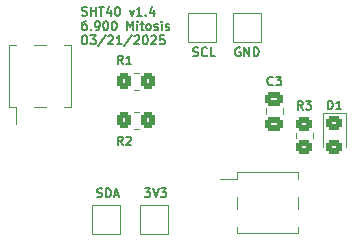
<source format=gto>
%TF.GenerationSoftware,KiCad,Pcbnew,8.0.8*%
%TF.CreationDate,2025-04-18T18:46:17-04:00*%
%TF.ProjectId,sht40,73687434-302e-46b6-9963-61645f706362,rev?*%
%TF.SameCoordinates,Original*%
%TF.FileFunction,Legend,Top*%
%TF.FilePolarity,Positive*%
%FSLAX46Y46*%
G04 Gerber Fmt 4.6, Leading zero omitted, Abs format (unit mm)*
G04 Created by KiCad (PCBNEW 8.0.8) date 2025-04-18 18:46:17*
%MOMM*%
%LPD*%
G01*
G04 APERTURE LIST*
G04 Aperture macros list*
%AMRoundRect*
0 Rectangle with rounded corners*
0 $1 Rounding radius*
0 $2 $3 $4 $5 $6 $7 $8 $9 X,Y pos of 4 corners*
0 Add a 4 corners polygon primitive as box body*
4,1,4,$2,$3,$4,$5,$6,$7,$8,$9,$2,$3,0*
0 Add four circle primitives for the rounded corners*
1,1,$1+$1,$2,$3*
1,1,$1+$1,$4,$5*
1,1,$1+$1,$6,$7*
1,1,$1+$1,$8,$9*
0 Add four rect primitives between the rounded corners*
20,1,$1+$1,$2,$3,$4,$5,0*
20,1,$1+$1,$4,$5,$6,$7,0*
20,1,$1+$1,$6,$7,$8,$9,0*
20,1,$1+$1,$8,$9,$2,$3,0*%
G04 Aperture macros list end*
%ADD10C,0.150000*%
%ADD11C,0.120000*%
%ADD12R,1.000000X3.150000*%
%ADD13RoundRect,0.250000X0.450000X-0.350000X0.450000X0.350000X-0.450000X0.350000X-0.450000X-0.350000X0*%
%ADD14R,2.000000X2.000000*%
%ADD15RoundRect,0.250000X0.350000X0.450000X-0.350000X0.450000X-0.350000X-0.450000X0.350000X-0.450000X0*%
%ADD16RoundRect,0.250000X-0.450000X0.325000X-0.450000X-0.325000X0.450000X-0.325000X0.450000X0.325000X0*%
%ADD17RoundRect,0.250000X0.475000X-0.337500X0.475000X0.337500X-0.475000X0.337500X-0.475000X-0.337500X0*%
%ADD18C,3.200000*%
%ADD19RoundRect,0.250000X-0.350000X-0.450000X0.350000X-0.450000X0.350000X0.450000X-0.350000X0.450000X0*%
%ADD20R,3.150000X1.000000*%
G04 APERTURE END LIST*
D10*
X120601826Y-69508414D02*
X121066112Y-69508414D01*
X121066112Y-69508414D02*
X120816112Y-69794128D01*
X120816112Y-69794128D02*
X120923255Y-69794128D01*
X120923255Y-69794128D02*
X120994684Y-69829842D01*
X120994684Y-69829842D02*
X121030398Y-69865557D01*
X121030398Y-69865557D02*
X121066112Y-69936985D01*
X121066112Y-69936985D02*
X121066112Y-70115557D01*
X121066112Y-70115557D02*
X121030398Y-70186985D01*
X121030398Y-70186985D02*
X120994684Y-70222700D01*
X120994684Y-70222700D02*
X120923255Y-70258414D01*
X120923255Y-70258414D02*
X120708969Y-70258414D01*
X120708969Y-70258414D02*
X120637541Y-70222700D01*
X120637541Y-70222700D02*
X120601826Y-70186985D01*
X121280398Y-69508414D02*
X121530398Y-70258414D01*
X121530398Y-70258414D02*
X121780398Y-69508414D01*
X121958969Y-69508414D02*
X122423255Y-69508414D01*
X122423255Y-69508414D02*
X122173255Y-69794128D01*
X122173255Y-69794128D02*
X122280398Y-69794128D01*
X122280398Y-69794128D02*
X122351827Y-69829842D01*
X122351827Y-69829842D02*
X122387541Y-69865557D01*
X122387541Y-69865557D02*
X122423255Y-69936985D01*
X122423255Y-69936985D02*
X122423255Y-70115557D01*
X122423255Y-70115557D02*
X122387541Y-70186985D01*
X122387541Y-70186985D02*
X122351827Y-70222700D01*
X122351827Y-70222700D02*
X122280398Y-70258414D01*
X122280398Y-70258414D02*
X122066112Y-70258414D01*
X122066112Y-70258414D02*
X121994684Y-70222700D01*
X121994684Y-70222700D02*
X121958969Y-70186985D01*
X124701541Y-58284700D02*
X124808684Y-58320414D01*
X124808684Y-58320414D02*
X124987255Y-58320414D01*
X124987255Y-58320414D02*
X125058684Y-58284700D01*
X125058684Y-58284700D02*
X125094398Y-58248985D01*
X125094398Y-58248985D02*
X125130112Y-58177557D01*
X125130112Y-58177557D02*
X125130112Y-58106128D01*
X125130112Y-58106128D02*
X125094398Y-58034700D01*
X125094398Y-58034700D02*
X125058684Y-57998985D01*
X125058684Y-57998985D02*
X124987255Y-57963271D01*
X124987255Y-57963271D02*
X124844398Y-57927557D01*
X124844398Y-57927557D02*
X124772969Y-57891842D01*
X124772969Y-57891842D02*
X124737255Y-57856128D01*
X124737255Y-57856128D02*
X124701541Y-57784700D01*
X124701541Y-57784700D02*
X124701541Y-57713271D01*
X124701541Y-57713271D02*
X124737255Y-57641842D01*
X124737255Y-57641842D02*
X124772969Y-57606128D01*
X124772969Y-57606128D02*
X124844398Y-57570414D01*
X124844398Y-57570414D02*
X125022969Y-57570414D01*
X125022969Y-57570414D02*
X125130112Y-57606128D01*
X125880112Y-58248985D02*
X125844398Y-58284700D01*
X125844398Y-58284700D02*
X125737255Y-58320414D01*
X125737255Y-58320414D02*
X125665827Y-58320414D01*
X125665827Y-58320414D02*
X125558684Y-58284700D01*
X125558684Y-58284700D02*
X125487255Y-58213271D01*
X125487255Y-58213271D02*
X125451541Y-58141842D01*
X125451541Y-58141842D02*
X125415827Y-57998985D01*
X125415827Y-57998985D02*
X125415827Y-57891842D01*
X125415827Y-57891842D02*
X125451541Y-57748985D01*
X125451541Y-57748985D02*
X125487255Y-57677557D01*
X125487255Y-57677557D02*
X125558684Y-57606128D01*
X125558684Y-57606128D02*
X125665827Y-57570414D01*
X125665827Y-57570414D02*
X125737255Y-57570414D01*
X125737255Y-57570414D02*
X125844398Y-57606128D01*
X125844398Y-57606128D02*
X125880112Y-57641842D01*
X126558684Y-58320414D02*
X126201541Y-58320414D01*
X126201541Y-58320414D02*
X126201541Y-57570414D01*
X115303541Y-54853784D02*
X115410684Y-54889498D01*
X115410684Y-54889498D02*
X115589255Y-54889498D01*
X115589255Y-54889498D02*
X115660684Y-54853784D01*
X115660684Y-54853784D02*
X115696398Y-54818069D01*
X115696398Y-54818069D02*
X115732112Y-54746641D01*
X115732112Y-54746641D02*
X115732112Y-54675212D01*
X115732112Y-54675212D02*
X115696398Y-54603784D01*
X115696398Y-54603784D02*
X115660684Y-54568069D01*
X115660684Y-54568069D02*
X115589255Y-54532355D01*
X115589255Y-54532355D02*
X115446398Y-54496641D01*
X115446398Y-54496641D02*
X115374969Y-54460926D01*
X115374969Y-54460926D02*
X115339255Y-54425212D01*
X115339255Y-54425212D02*
X115303541Y-54353784D01*
X115303541Y-54353784D02*
X115303541Y-54282355D01*
X115303541Y-54282355D02*
X115339255Y-54210926D01*
X115339255Y-54210926D02*
X115374969Y-54175212D01*
X115374969Y-54175212D02*
X115446398Y-54139498D01*
X115446398Y-54139498D02*
X115624969Y-54139498D01*
X115624969Y-54139498D02*
X115732112Y-54175212D01*
X116053541Y-54889498D02*
X116053541Y-54139498D01*
X116053541Y-54496641D02*
X116482112Y-54496641D01*
X116482112Y-54889498D02*
X116482112Y-54139498D01*
X116732112Y-54139498D02*
X117160684Y-54139498D01*
X116946398Y-54889498D02*
X116946398Y-54139498D01*
X117732113Y-54389498D02*
X117732113Y-54889498D01*
X117553541Y-54103784D02*
X117374970Y-54639498D01*
X117374970Y-54639498D02*
X117839255Y-54639498D01*
X118267827Y-54139498D02*
X118339256Y-54139498D01*
X118339256Y-54139498D02*
X118410684Y-54175212D01*
X118410684Y-54175212D02*
X118446399Y-54210926D01*
X118446399Y-54210926D02*
X118482113Y-54282355D01*
X118482113Y-54282355D02*
X118517827Y-54425212D01*
X118517827Y-54425212D02*
X118517827Y-54603784D01*
X118517827Y-54603784D02*
X118482113Y-54746641D01*
X118482113Y-54746641D02*
X118446399Y-54818069D01*
X118446399Y-54818069D02*
X118410684Y-54853784D01*
X118410684Y-54853784D02*
X118339256Y-54889498D01*
X118339256Y-54889498D02*
X118267827Y-54889498D01*
X118267827Y-54889498D02*
X118196399Y-54853784D01*
X118196399Y-54853784D02*
X118160684Y-54818069D01*
X118160684Y-54818069D02*
X118124970Y-54746641D01*
X118124970Y-54746641D02*
X118089256Y-54603784D01*
X118089256Y-54603784D02*
X118089256Y-54425212D01*
X118089256Y-54425212D02*
X118124970Y-54282355D01*
X118124970Y-54282355D02*
X118160684Y-54210926D01*
X118160684Y-54210926D02*
X118196399Y-54175212D01*
X118196399Y-54175212D02*
X118267827Y-54139498D01*
X119339256Y-54389498D02*
X119517828Y-54889498D01*
X119517828Y-54889498D02*
X119696399Y-54389498D01*
X120374971Y-54889498D02*
X119946400Y-54889498D01*
X120160685Y-54889498D02*
X120160685Y-54139498D01*
X120160685Y-54139498D02*
X120089257Y-54246641D01*
X120089257Y-54246641D02*
X120017828Y-54318069D01*
X120017828Y-54318069D02*
X119946400Y-54353784D01*
X120696400Y-54818069D02*
X120732114Y-54853784D01*
X120732114Y-54853784D02*
X120696400Y-54889498D01*
X120696400Y-54889498D02*
X120660686Y-54853784D01*
X120660686Y-54853784D02*
X120696400Y-54818069D01*
X120696400Y-54818069D02*
X120696400Y-54889498D01*
X121374972Y-54389498D02*
X121374972Y-54889498D01*
X121196400Y-54103784D02*
X121017829Y-54639498D01*
X121017829Y-54639498D02*
X121482114Y-54639498D01*
X115660684Y-55346956D02*
X115517826Y-55346956D01*
X115517826Y-55346956D02*
X115446398Y-55382670D01*
X115446398Y-55382670D02*
X115410684Y-55418384D01*
X115410684Y-55418384D02*
X115339255Y-55525527D01*
X115339255Y-55525527D02*
X115303541Y-55668384D01*
X115303541Y-55668384D02*
X115303541Y-55954099D01*
X115303541Y-55954099D02*
X115339255Y-56025527D01*
X115339255Y-56025527D02*
X115374969Y-56061242D01*
X115374969Y-56061242D02*
X115446398Y-56096956D01*
X115446398Y-56096956D02*
X115589255Y-56096956D01*
X115589255Y-56096956D02*
X115660684Y-56061242D01*
X115660684Y-56061242D02*
X115696398Y-56025527D01*
X115696398Y-56025527D02*
X115732112Y-55954099D01*
X115732112Y-55954099D02*
X115732112Y-55775527D01*
X115732112Y-55775527D02*
X115696398Y-55704099D01*
X115696398Y-55704099D02*
X115660684Y-55668384D01*
X115660684Y-55668384D02*
X115589255Y-55632670D01*
X115589255Y-55632670D02*
X115446398Y-55632670D01*
X115446398Y-55632670D02*
X115374969Y-55668384D01*
X115374969Y-55668384D02*
X115339255Y-55704099D01*
X115339255Y-55704099D02*
X115303541Y-55775527D01*
X116053541Y-56025527D02*
X116089255Y-56061242D01*
X116089255Y-56061242D02*
X116053541Y-56096956D01*
X116053541Y-56096956D02*
X116017827Y-56061242D01*
X116017827Y-56061242D02*
X116053541Y-56025527D01*
X116053541Y-56025527D02*
X116053541Y-56096956D01*
X116446398Y-56096956D02*
X116589255Y-56096956D01*
X116589255Y-56096956D02*
X116660684Y-56061242D01*
X116660684Y-56061242D02*
X116696398Y-56025527D01*
X116696398Y-56025527D02*
X116767827Y-55918384D01*
X116767827Y-55918384D02*
X116803541Y-55775527D01*
X116803541Y-55775527D02*
X116803541Y-55489813D01*
X116803541Y-55489813D02*
X116767827Y-55418384D01*
X116767827Y-55418384D02*
X116732113Y-55382670D01*
X116732113Y-55382670D02*
X116660684Y-55346956D01*
X116660684Y-55346956D02*
X116517827Y-55346956D01*
X116517827Y-55346956D02*
X116446398Y-55382670D01*
X116446398Y-55382670D02*
X116410684Y-55418384D01*
X116410684Y-55418384D02*
X116374970Y-55489813D01*
X116374970Y-55489813D02*
X116374970Y-55668384D01*
X116374970Y-55668384D02*
X116410684Y-55739813D01*
X116410684Y-55739813D02*
X116446398Y-55775527D01*
X116446398Y-55775527D02*
X116517827Y-55811242D01*
X116517827Y-55811242D02*
X116660684Y-55811242D01*
X116660684Y-55811242D02*
X116732113Y-55775527D01*
X116732113Y-55775527D02*
X116767827Y-55739813D01*
X116767827Y-55739813D02*
X116803541Y-55668384D01*
X117267827Y-55346956D02*
X117339256Y-55346956D01*
X117339256Y-55346956D02*
X117410684Y-55382670D01*
X117410684Y-55382670D02*
X117446399Y-55418384D01*
X117446399Y-55418384D02*
X117482113Y-55489813D01*
X117482113Y-55489813D02*
X117517827Y-55632670D01*
X117517827Y-55632670D02*
X117517827Y-55811242D01*
X117517827Y-55811242D02*
X117482113Y-55954099D01*
X117482113Y-55954099D02*
X117446399Y-56025527D01*
X117446399Y-56025527D02*
X117410684Y-56061242D01*
X117410684Y-56061242D02*
X117339256Y-56096956D01*
X117339256Y-56096956D02*
X117267827Y-56096956D01*
X117267827Y-56096956D02*
X117196399Y-56061242D01*
X117196399Y-56061242D02*
X117160684Y-56025527D01*
X117160684Y-56025527D02*
X117124970Y-55954099D01*
X117124970Y-55954099D02*
X117089256Y-55811242D01*
X117089256Y-55811242D02*
X117089256Y-55632670D01*
X117089256Y-55632670D02*
X117124970Y-55489813D01*
X117124970Y-55489813D02*
X117160684Y-55418384D01*
X117160684Y-55418384D02*
X117196399Y-55382670D01*
X117196399Y-55382670D02*
X117267827Y-55346956D01*
X117982113Y-55346956D02*
X118053542Y-55346956D01*
X118053542Y-55346956D02*
X118124970Y-55382670D01*
X118124970Y-55382670D02*
X118160685Y-55418384D01*
X118160685Y-55418384D02*
X118196399Y-55489813D01*
X118196399Y-55489813D02*
X118232113Y-55632670D01*
X118232113Y-55632670D02*
X118232113Y-55811242D01*
X118232113Y-55811242D02*
X118196399Y-55954099D01*
X118196399Y-55954099D02*
X118160685Y-56025527D01*
X118160685Y-56025527D02*
X118124970Y-56061242D01*
X118124970Y-56061242D02*
X118053542Y-56096956D01*
X118053542Y-56096956D02*
X117982113Y-56096956D01*
X117982113Y-56096956D02*
X117910685Y-56061242D01*
X117910685Y-56061242D02*
X117874970Y-56025527D01*
X117874970Y-56025527D02*
X117839256Y-55954099D01*
X117839256Y-55954099D02*
X117803542Y-55811242D01*
X117803542Y-55811242D02*
X117803542Y-55632670D01*
X117803542Y-55632670D02*
X117839256Y-55489813D01*
X117839256Y-55489813D02*
X117874970Y-55418384D01*
X117874970Y-55418384D02*
X117910685Y-55382670D01*
X117910685Y-55382670D02*
X117982113Y-55346956D01*
X119124971Y-56096956D02*
X119124971Y-55346956D01*
X119124971Y-55346956D02*
X119374971Y-55882670D01*
X119374971Y-55882670D02*
X119624971Y-55346956D01*
X119624971Y-55346956D02*
X119624971Y-56096956D01*
X119982114Y-56096956D02*
X119982114Y-55596956D01*
X119982114Y-55346956D02*
X119946400Y-55382670D01*
X119946400Y-55382670D02*
X119982114Y-55418384D01*
X119982114Y-55418384D02*
X120017828Y-55382670D01*
X120017828Y-55382670D02*
X119982114Y-55346956D01*
X119982114Y-55346956D02*
X119982114Y-55418384D01*
X120232114Y-55596956D02*
X120517828Y-55596956D01*
X120339257Y-55346956D02*
X120339257Y-55989813D01*
X120339257Y-55989813D02*
X120374971Y-56061242D01*
X120374971Y-56061242D02*
X120446400Y-56096956D01*
X120446400Y-56096956D02*
X120517828Y-56096956D01*
X120874971Y-56096956D02*
X120803542Y-56061242D01*
X120803542Y-56061242D02*
X120767828Y-56025527D01*
X120767828Y-56025527D02*
X120732114Y-55954099D01*
X120732114Y-55954099D02*
X120732114Y-55739813D01*
X120732114Y-55739813D02*
X120767828Y-55668384D01*
X120767828Y-55668384D02*
X120803542Y-55632670D01*
X120803542Y-55632670D02*
X120874971Y-55596956D01*
X120874971Y-55596956D02*
X120982114Y-55596956D01*
X120982114Y-55596956D02*
X121053542Y-55632670D01*
X121053542Y-55632670D02*
X121089257Y-55668384D01*
X121089257Y-55668384D02*
X121124971Y-55739813D01*
X121124971Y-55739813D02*
X121124971Y-55954099D01*
X121124971Y-55954099D02*
X121089257Y-56025527D01*
X121089257Y-56025527D02*
X121053542Y-56061242D01*
X121053542Y-56061242D02*
X120982114Y-56096956D01*
X120982114Y-56096956D02*
X120874971Y-56096956D01*
X121410685Y-56061242D02*
X121482113Y-56096956D01*
X121482113Y-56096956D02*
X121624970Y-56096956D01*
X121624970Y-56096956D02*
X121696399Y-56061242D01*
X121696399Y-56061242D02*
X121732113Y-55989813D01*
X121732113Y-55989813D02*
X121732113Y-55954099D01*
X121732113Y-55954099D02*
X121696399Y-55882670D01*
X121696399Y-55882670D02*
X121624970Y-55846956D01*
X121624970Y-55846956D02*
X121517828Y-55846956D01*
X121517828Y-55846956D02*
X121446399Y-55811242D01*
X121446399Y-55811242D02*
X121410685Y-55739813D01*
X121410685Y-55739813D02*
X121410685Y-55704099D01*
X121410685Y-55704099D02*
X121446399Y-55632670D01*
X121446399Y-55632670D02*
X121517828Y-55596956D01*
X121517828Y-55596956D02*
X121624970Y-55596956D01*
X121624970Y-55596956D02*
X121696399Y-55632670D01*
X122053542Y-56096956D02*
X122053542Y-55596956D01*
X122053542Y-55346956D02*
X122017828Y-55382670D01*
X122017828Y-55382670D02*
X122053542Y-55418384D01*
X122053542Y-55418384D02*
X122089256Y-55382670D01*
X122089256Y-55382670D02*
X122053542Y-55346956D01*
X122053542Y-55346956D02*
X122053542Y-55418384D01*
X122374971Y-56061242D02*
X122446399Y-56096956D01*
X122446399Y-56096956D02*
X122589256Y-56096956D01*
X122589256Y-56096956D02*
X122660685Y-56061242D01*
X122660685Y-56061242D02*
X122696399Y-55989813D01*
X122696399Y-55989813D02*
X122696399Y-55954099D01*
X122696399Y-55954099D02*
X122660685Y-55882670D01*
X122660685Y-55882670D02*
X122589256Y-55846956D01*
X122589256Y-55846956D02*
X122482114Y-55846956D01*
X122482114Y-55846956D02*
X122410685Y-55811242D01*
X122410685Y-55811242D02*
X122374971Y-55739813D01*
X122374971Y-55739813D02*
X122374971Y-55704099D01*
X122374971Y-55704099D02*
X122410685Y-55632670D01*
X122410685Y-55632670D02*
X122482114Y-55596956D01*
X122482114Y-55596956D02*
X122589256Y-55596956D01*
X122589256Y-55596956D02*
X122660685Y-55632670D01*
X115482112Y-56554414D02*
X115553541Y-56554414D01*
X115553541Y-56554414D02*
X115624969Y-56590128D01*
X115624969Y-56590128D02*
X115660684Y-56625842D01*
X115660684Y-56625842D02*
X115696398Y-56697271D01*
X115696398Y-56697271D02*
X115732112Y-56840128D01*
X115732112Y-56840128D02*
X115732112Y-57018700D01*
X115732112Y-57018700D02*
X115696398Y-57161557D01*
X115696398Y-57161557D02*
X115660684Y-57232985D01*
X115660684Y-57232985D02*
X115624969Y-57268700D01*
X115624969Y-57268700D02*
X115553541Y-57304414D01*
X115553541Y-57304414D02*
X115482112Y-57304414D01*
X115482112Y-57304414D02*
X115410684Y-57268700D01*
X115410684Y-57268700D02*
X115374969Y-57232985D01*
X115374969Y-57232985D02*
X115339255Y-57161557D01*
X115339255Y-57161557D02*
X115303541Y-57018700D01*
X115303541Y-57018700D02*
X115303541Y-56840128D01*
X115303541Y-56840128D02*
X115339255Y-56697271D01*
X115339255Y-56697271D02*
X115374969Y-56625842D01*
X115374969Y-56625842D02*
X115410684Y-56590128D01*
X115410684Y-56590128D02*
X115482112Y-56554414D01*
X115982112Y-56554414D02*
X116446398Y-56554414D01*
X116446398Y-56554414D02*
X116196398Y-56840128D01*
X116196398Y-56840128D02*
X116303541Y-56840128D01*
X116303541Y-56840128D02*
X116374970Y-56875842D01*
X116374970Y-56875842D02*
X116410684Y-56911557D01*
X116410684Y-56911557D02*
X116446398Y-56982985D01*
X116446398Y-56982985D02*
X116446398Y-57161557D01*
X116446398Y-57161557D02*
X116410684Y-57232985D01*
X116410684Y-57232985D02*
X116374970Y-57268700D01*
X116374970Y-57268700D02*
X116303541Y-57304414D01*
X116303541Y-57304414D02*
X116089255Y-57304414D01*
X116089255Y-57304414D02*
X116017827Y-57268700D01*
X116017827Y-57268700D02*
X115982112Y-57232985D01*
X117303541Y-56518700D02*
X116660684Y-57482985D01*
X117517827Y-56625842D02*
X117553541Y-56590128D01*
X117553541Y-56590128D02*
X117624970Y-56554414D01*
X117624970Y-56554414D02*
X117803541Y-56554414D01*
X117803541Y-56554414D02*
X117874970Y-56590128D01*
X117874970Y-56590128D02*
X117910684Y-56625842D01*
X117910684Y-56625842D02*
X117946398Y-56697271D01*
X117946398Y-56697271D02*
X117946398Y-56768700D01*
X117946398Y-56768700D02*
X117910684Y-56875842D01*
X117910684Y-56875842D02*
X117482112Y-57304414D01*
X117482112Y-57304414D02*
X117946398Y-57304414D01*
X118660684Y-57304414D02*
X118232113Y-57304414D01*
X118446398Y-57304414D02*
X118446398Y-56554414D01*
X118446398Y-56554414D02*
X118374970Y-56661557D01*
X118374970Y-56661557D02*
X118303541Y-56732985D01*
X118303541Y-56732985D02*
X118232113Y-56768700D01*
X119517827Y-56518700D02*
X118874970Y-57482985D01*
X119732113Y-56625842D02*
X119767827Y-56590128D01*
X119767827Y-56590128D02*
X119839256Y-56554414D01*
X119839256Y-56554414D02*
X120017827Y-56554414D01*
X120017827Y-56554414D02*
X120089256Y-56590128D01*
X120089256Y-56590128D02*
X120124970Y-56625842D01*
X120124970Y-56625842D02*
X120160684Y-56697271D01*
X120160684Y-56697271D02*
X120160684Y-56768700D01*
X120160684Y-56768700D02*
X120124970Y-56875842D01*
X120124970Y-56875842D02*
X119696398Y-57304414D01*
X119696398Y-57304414D02*
X120160684Y-57304414D01*
X120624970Y-56554414D02*
X120696399Y-56554414D01*
X120696399Y-56554414D02*
X120767827Y-56590128D01*
X120767827Y-56590128D02*
X120803542Y-56625842D01*
X120803542Y-56625842D02*
X120839256Y-56697271D01*
X120839256Y-56697271D02*
X120874970Y-56840128D01*
X120874970Y-56840128D02*
X120874970Y-57018700D01*
X120874970Y-57018700D02*
X120839256Y-57161557D01*
X120839256Y-57161557D02*
X120803542Y-57232985D01*
X120803542Y-57232985D02*
X120767827Y-57268700D01*
X120767827Y-57268700D02*
X120696399Y-57304414D01*
X120696399Y-57304414D02*
X120624970Y-57304414D01*
X120624970Y-57304414D02*
X120553542Y-57268700D01*
X120553542Y-57268700D02*
X120517827Y-57232985D01*
X120517827Y-57232985D02*
X120482113Y-57161557D01*
X120482113Y-57161557D02*
X120446399Y-57018700D01*
X120446399Y-57018700D02*
X120446399Y-56840128D01*
X120446399Y-56840128D02*
X120482113Y-56697271D01*
X120482113Y-56697271D02*
X120517827Y-56625842D01*
X120517827Y-56625842D02*
X120553542Y-56590128D01*
X120553542Y-56590128D02*
X120624970Y-56554414D01*
X121160685Y-56625842D02*
X121196399Y-56590128D01*
X121196399Y-56590128D02*
X121267828Y-56554414D01*
X121267828Y-56554414D02*
X121446399Y-56554414D01*
X121446399Y-56554414D02*
X121517828Y-56590128D01*
X121517828Y-56590128D02*
X121553542Y-56625842D01*
X121553542Y-56625842D02*
X121589256Y-56697271D01*
X121589256Y-56697271D02*
X121589256Y-56768700D01*
X121589256Y-56768700D02*
X121553542Y-56875842D01*
X121553542Y-56875842D02*
X121124970Y-57304414D01*
X121124970Y-57304414D02*
X121589256Y-57304414D01*
X122267828Y-56554414D02*
X121910685Y-56554414D01*
X121910685Y-56554414D02*
X121874971Y-56911557D01*
X121874971Y-56911557D02*
X121910685Y-56875842D01*
X121910685Y-56875842D02*
X121982114Y-56840128D01*
X121982114Y-56840128D02*
X122160685Y-56840128D01*
X122160685Y-56840128D02*
X122232114Y-56875842D01*
X122232114Y-56875842D02*
X122267828Y-56911557D01*
X122267828Y-56911557D02*
X122303542Y-56982985D01*
X122303542Y-56982985D02*
X122303542Y-57161557D01*
X122303542Y-57161557D02*
X122267828Y-57232985D01*
X122267828Y-57232985D02*
X122232114Y-57268700D01*
X122232114Y-57268700D02*
X122160685Y-57304414D01*
X122160685Y-57304414D02*
X121982114Y-57304414D01*
X121982114Y-57304414D02*
X121910685Y-57268700D01*
X121910685Y-57268700D02*
X121874971Y-57232985D01*
X116573541Y-70222700D02*
X116680684Y-70258414D01*
X116680684Y-70258414D02*
X116859255Y-70258414D01*
X116859255Y-70258414D02*
X116930684Y-70222700D01*
X116930684Y-70222700D02*
X116966398Y-70186985D01*
X116966398Y-70186985D02*
X117002112Y-70115557D01*
X117002112Y-70115557D02*
X117002112Y-70044128D01*
X117002112Y-70044128D02*
X116966398Y-69972700D01*
X116966398Y-69972700D02*
X116930684Y-69936985D01*
X116930684Y-69936985D02*
X116859255Y-69901271D01*
X116859255Y-69901271D02*
X116716398Y-69865557D01*
X116716398Y-69865557D02*
X116644969Y-69829842D01*
X116644969Y-69829842D02*
X116609255Y-69794128D01*
X116609255Y-69794128D02*
X116573541Y-69722700D01*
X116573541Y-69722700D02*
X116573541Y-69651271D01*
X116573541Y-69651271D02*
X116609255Y-69579842D01*
X116609255Y-69579842D02*
X116644969Y-69544128D01*
X116644969Y-69544128D02*
X116716398Y-69508414D01*
X116716398Y-69508414D02*
X116894969Y-69508414D01*
X116894969Y-69508414D02*
X117002112Y-69544128D01*
X117323541Y-70258414D02*
X117323541Y-69508414D01*
X117323541Y-69508414D02*
X117502112Y-69508414D01*
X117502112Y-69508414D02*
X117609255Y-69544128D01*
X117609255Y-69544128D02*
X117680684Y-69615557D01*
X117680684Y-69615557D02*
X117716398Y-69686985D01*
X117716398Y-69686985D02*
X117752112Y-69829842D01*
X117752112Y-69829842D02*
X117752112Y-69936985D01*
X117752112Y-69936985D02*
X117716398Y-70079842D01*
X117716398Y-70079842D02*
X117680684Y-70151271D01*
X117680684Y-70151271D02*
X117609255Y-70222700D01*
X117609255Y-70222700D02*
X117502112Y-70258414D01*
X117502112Y-70258414D02*
X117323541Y-70258414D01*
X118037827Y-70044128D02*
X118394970Y-70044128D01*
X117966398Y-70258414D02*
X118216398Y-69508414D01*
X118216398Y-69508414D02*
X118466398Y-70258414D01*
X128686112Y-57606128D02*
X128614684Y-57570414D01*
X128614684Y-57570414D02*
X128507541Y-57570414D01*
X128507541Y-57570414D02*
X128400398Y-57606128D01*
X128400398Y-57606128D02*
X128328969Y-57677557D01*
X128328969Y-57677557D02*
X128293255Y-57748985D01*
X128293255Y-57748985D02*
X128257541Y-57891842D01*
X128257541Y-57891842D02*
X128257541Y-57998985D01*
X128257541Y-57998985D02*
X128293255Y-58141842D01*
X128293255Y-58141842D02*
X128328969Y-58213271D01*
X128328969Y-58213271D02*
X128400398Y-58284700D01*
X128400398Y-58284700D02*
X128507541Y-58320414D01*
X128507541Y-58320414D02*
X128578969Y-58320414D01*
X128578969Y-58320414D02*
X128686112Y-58284700D01*
X128686112Y-58284700D02*
X128721826Y-58248985D01*
X128721826Y-58248985D02*
X128721826Y-57998985D01*
X128721826Y-57998985D02*
X128578969Y-57998985D01*
X129043255Y-58320414D02*
X129043255Y-57570414D01*
X129043255Y-57570414D02*
X129471826Y-58320414D01*
X129471826Y-58320414D02*
X129471826Y-57570414D01*
X129828969Y-58320414D02*
X129828969Y-57570414D01*
X129828969Y-57570414D02*
X130007540Y-57570414D01*
X130007540Y-57570414D02*
X130114683Y-57606128D01*
X130114683Y-57606128D02*
X130186112Y-57677557D01*
X130186112Y-57677557D02*
X130221826Y-57748985D01*
X130221826Y-57748985D02*
X130257540Y-57891842D01*
X130257540Y-57891842D02*
X130257540Y-57998985D01*
X130257540Y-57998985D02*
X130221826Y-58141842D01*
X130221826Y-58141842D02*
X130186112Y-58213271D01*
X130186112Y-58213271D02*
X130114683Y-58284700D01*
X130114683Y-58284700D02*
X130007540Y-58320414D01*
X130007540Y-58320414D02*
X129828969Y-58320414D01*
X133986999Y-62848164D02*
X133736999Y-62491021D01*
X133558428Y-62848164D02*
X133558428Y-62098164D01*
X133558428Y-62098164D02*
X133844142Y-62098164D01*
X133844142Y-62098164D02*
X133915571Y-62133878D01*
X133915571Y-62133878D02*
X133951285Y-62169592D01*
X133951285Y-62169592D02*
X133986999Y-62241021D01*
X133986999Y-62241021D02*
X133986999Y-62348164D01*
X133986999Y-62348164D02*
X133951285Y-62419592D01*
X133951285Y-62419592D02*
X133915571Y-62455307D01*
X133915571Y-62455307D02*
X133844142Y-62491021D01*
X133844142Y-62491021D02*
X133558428Y-62491021D01*
X134236999Y-62098164D02*
X134701285Y-62098164D01*
X134701285Y-62098164D02*
X134451285Y-62383878D01*
X134451285Y-62383878D02*
X134558428Y-62383878D01*
X134558428Y-62383878D02*
X134629857Y-62419592D01*
X134629857Y-62419592D02*
X134665571Y-62455307D01*
X134665571Y-62455307D02*
X134701285Y-62526735D01*
X134701285Y-62526735D02*
X134701285Y-62705307D01*
X134701285Y-62705307D02*
X134665571Y-62776735D01*
X134665571Y-62776735D02*
X134629857Y-62812450D01*
X134629857Y-62812450D02*
X134558428Y-62848164D01*
X134558428Y-62848164D02*
X134344142Y-62848164D01*
X134344142Y-62848164D02*
X134272714Y-62812450D01*
X134272714Y-62812450D02*
X134236999Y-62776735D01*
X118746999Y-59013164D02*
X118496999Y-58656021D01*
X118318428Y-59013164D02*
X118318428Y-58263164D01*
X118318428Y-58263164D02*
X118604142Y-58263164D01*
X118604142Y-58263164D02*
X118675571Y-58298878D01*
X118675571Y-58298878D02*
X118711285Y-58334592D01*
X118711285Y-58334592D02*
X118746999Y-58406021D01*
X118746999Y-58406021D02*
X118746999Y-58513164D01*
X118746999Y-58513164D02*
X118711285Y-58584592D01*
X118711285Y-58584592D02*
X118675571Y-58620307D01*
X118675571Y-58620307D02*
X118604142Y-58656021D01*
X118604142Y-58656021D02*
X118318428Y-58656021D01*
X119461285Y-59013164D02*
X119032714Y-59013164D01*
X119246999Y-59013164D02*
X119246999Y-58263164D01*
X119246999Y-58263164D02*
X119175571Y-58370307D01*
X119175571Y-58370307D02*
X119104142Y-58441735D01*
X119104142Y-58441735D02*
X119032714Y-58477450D01*
X136098428Y-62823164D02*
X136098428Y-62073164D01*
X136098428Y-62073164D02*
X136276999Y-62073164D01*
X136276999Y-62073164D02*
X136384142Y-62108878D01*
X136384142Y-62108878D02*
X136455571Y-62180307D01*
X136455571Y-62180307D02*
X136491285Y-62251735D01*
X136491285Y-62251735D02*
X136526999Y-62394592D01*
X136526999Y-62394592D02*
X136526999Y-62501735D01*
X136526999Y-62501735D02*
X136491285Y-62644592D01*
X136491285Y-62644592D02*
X136455571Y-62716021D01*
X136455571Y-62716021D02*
X136384142Y-62787450D01*
X136384142Y-62787450D02*
X136276999Y-62823164D01*
X136276999Y-62823164D02*
X136098428Y-62823164D01*
X137241285Y-62823164D02*
X136812714Y-62823164D01*
X137026999Y-62823164D02*
X137026999Y-62073164D01*
X137026999Y-62073164D02*
X136955571Y-62180307D01*
X136955571Y-62180307D02*
X136884142Y-62251735D01*
X136884142Y-62251735D02*
X136812714Y-62287450D01*
X131446999Y-60719735D02*
X131411285Y-60755450D01*
X131411285Y-60755450D02*
X131304142Y-60791164D01*
X131304142Y-60791164D02*
X131232714Y-60791164D01*
X131232714Y-60791164D02*
X131125571Y-60755450D01*
X131125571Y-60755450D02*
X131054142Y-60684021D01*
X131054142Y-60684021D02*
X131018428Y-60612592D01*
X131018428Y-60612592D02*
X130982714Y-60469735D01*
X130982714Y-60469735D02*
X130982714Y-60362592D01*
X130982714Y-60362592D02*
X131018428Y-60219735D01*
X131018428Y-60219735D02*
X131054142Y-60148307D01*
X131054142Y-60148307D02*
X131125571Y-60076878D01*
X131125571Y-60076878D02*
X131232714Y-60041164D01*
X131232714Y-60041164D02*
X131304142Y-60041164D01*
X131304142Y-60041164D02*
X131411285Y-60076878D01*
X131411285Y-60076878D02*
X131446999Y-60112592D01*
X131696999Y-60041164D02*
X132161285Y-60041164D01*
X132161285Y-60041164D02*
X131911285Y-60326878D01*
X131911285Y-60326878D02*
X132018428Y-60326878D01*
X132018428Y-60326878D02*
X132089857Y-60362592D01*
X132089857Y-60362592D02*
X132125571Y-60398307D01*
X132125571Y-60398307D02*
X132161285Y-60469735D01*
X132161285Y-60469735D02*
X132161285Y-60648307D01*
X132161285Y-60648307D02*
X132125571Y-60719735D01*
X132125571Y-60719735D02*
X132089857Y-60755450D01*
X132089857Y-60755450D02*
X132018428Y-60791164D01*
X132018428Y-60791164D02*
X131804142Y-60791164D01*
X131804142Y-60791164D02*
X131732714Y-60755450D01*
X131732714Y-60755450D02*
X131696999Y-60719735D01*
X118746999Y-65871164D02*
X118496999Y-65514021D01*
X118318428Y-65871164D02*
X118318428Y-65121164D01*
X118318428Y-65121164D02*
X118604142Y-65121164D01*
X118604142Y-65121164D02*
X118675571Y-65156878D01*
X118675571Y-65156878D02*
X118711285Y-65192592D01*
X118711285Y-65192592D02*
X118746999Y-65264021D01*
X118746999Y-65264021D02*
X118746999Y-65371164D01*
X118746999Y-65371164D02*
X118711285Y-65442592D01*
X118711285Y-65442592D02*
X118675571Y-65478307D01*
X118675571Y-65478307D02*
X118604142Y-65514021D01*
X118604142Y-65514021D02*
X118318428Y-65514021D01*
X119032714Y-65192592D02*
X119068428Y-65156878D01*
X119068428Y-65156878D02*
X119139857Y-65121164D01*
X119139857Y-65121164D02*
X119318428Y-65121164D01*
X119318428Y-65121164D02*
X119389857Y-65156878D01*
X119389857Y-65156878D02*
X119425571Y-65192592D01*
X119425571Y-65192592D02*
X119461285Y-65264021D01*
X119461285Y-65264021D02*
X119461285Y-65335450D01*
X119461285Y-65335450D02*
X119425571Y-65442592D01*
X119425571Y-65442592D02*
X118996999Y-65871164D01*
X118996999Y-65871164D02*
X119461285Y-65871164D01*
D11*
%TO.C,J2*%
X109700000Y-64040000D02*
X109700000Y-62600000D01*
X109130000Y-62600000D02*
X109700000Y-62600000D01*
X109130000Y-62600000D02*
X109130000Y-57400000D01*
X111220000Y-62600000D02*
X112240000Y-62600000D01*
X113760000Y-62600000D02*
X114330000Y-62600000D01*
X114330000Y-62600000D02*
X114330000Y-57400000D01*
X109130000Y-57400000D02*
X109700000Y-57400000D01*
X111220000Y-57400000D02*
X112240000Y-57400000D01*
X113760000Y-57400000D02*
X114330000Y-57400000D01*
%TO.C,R3*%
X133377000Y-65251064D02*
X133377000Y-64796936D01*
X134847000Y-65251064D02*
X134847000Y-64796936D01*
%TO.C,TP3*%
X124276000Y-54680000D02*
X126676000Y-54680000D01*
X124276000Y-57080000D02*
X124276000Y-54680000D01*
X126676000Y-54680000D02*
X126676000Y-57080000D01*
X126676000Y-57080000D02*
X124276000Y-57080000D01*
%TO.C,R1*%
X120115064Y-59717000D02*
X119660936Y-59717000D01*
X120115064Y-61187000D02*
X119660936Y-61187000D01*
%TO.C,D1*%
X135692000Y-63164000D02*
X135692000Y-66024000D01*
X137612000Y-63164000D02*
X135692000Y-63164000D01*
X137612000Y-66024000D02*
X137612000Y-63164000D01*
%TO.C,TP1*%
X120212000Y-70936000D02*
X122612000Y-70936000D01*
X120212000Y-73336000D02*
X120212000Y-70936000D01*
X122612000Y-70936000D02*
X122612000Y-73336000D01*
X122612000Y-73336000D02*
X120212000Y-73336000D01*
%TO.C,C3*%
X130837000Y-63253252D02*
X130837000Y-62730748D01*
X132307000Y-63253252D02*
X132307000Y-62730748D01*
%TO.C,TP4*%
X116148000Y-70936000D02*
X118548000Y-70936000D01*
X116148000Y-73336000D02*
X116148000Y-70936000D01*
X118548000Y-70936000D02*
X118548000Y-73336000D01*
X118548000Y-73336000D02*
X116148000Y-73336000D01*
%TO.C,R2*%
X119660936Y-63019000D02*
X120115064Y-63019000D01*
X119660936Y-64489000D02*
X120115064Y-64489000D01*
%TO.C,TP2*%
X128086000Y-54680000D02*
X130486000Y-54680000D01*
X128086000Y-57080000D02*
X128086000Y-54680000D01*
X130486000Y-54680000D02*
X130486000Y-57080000D01*
X130486000Y-57080000D02*
X128086000Y-57080000D01*
%TO.C,J1*%
X133600000Y-72760000D02*
X133600000Y-73330000D01*
X133600000Y-70220000D02*
X133600000Y-71240000D01*
X133600000Y-68130000D02*
X133600000Y-68700000D01*
X128400000Y-73330000D02*
X133600000Y-73330000D01*
X128400000Y-72760000D02*
X128400000Y-73330000D01*
X128400000Y-70220000D02*
X128400000Y-71240000D01*
X128400000Y-68130000D02*
X133600000Y-68130000D01*
X128400000Y-68130000D02*
X128400000Y-68700000D01*
X126960000Y-68700000D02*
X128400000Y-68700000D01*
%TD*%
%LPC*%
D12*
%TO.C,J2*%
X110460000Y-62525000D03*
X110460000Y-57475000D03*
X113000000Y-62525000D03*
X113000000Y-57475000D03*
%TD*%
D13*
%TO.C,R3*%
X134112000Y-66024000D03*
X134112000Y-64024000D03*
%TD*%
D14*
%TO.C,TP3*%
X125476000Y-55880000D03*
%TD*%
D15*
%TO.C,R1*%
X120888000Y-60452000D03*
X118888000Y-60452000D03*
%TD*%
D16*
%TO.C,D1*%
X136652000Y-63999000D03*
X136652000Y-66049000D03*
%TD*%
D14*
%TO.C,TP1*%
X121412000Y-72136000D03*
%TD*%
D17*
%TO.C,C3*%
X131572000Y-64029500D03*
X131572000Y-61954500D03*
%TD*%
D18*
%TO.C,REF\u002A\u002A*%
X134874000Y-57658000D03*
%TD*%
D14*
%TO.C,TP4*%
X117348000Y-72136000D03*
%TD*%
D18*
%TO.C,REF\u002A\u002A*%
X111760000Y-70612000D03*
%TD*%
D19*
%TO.C,R2*%
X118888000Y-63754000D03*
X120888000Y-63754000D03*
%TD*%
D14*
%TO.C,TP2*%
X129286000Y-55880000D03*
%TD*%
D20*
%TO.C,J1*%
X133525000Y-72000000D03*
X128475000Y-72000000D03*
X133525000Y-69460000D03*
X128475000Y-69460000D03*
%TD*%
%LPD*%
M02*

</source>
